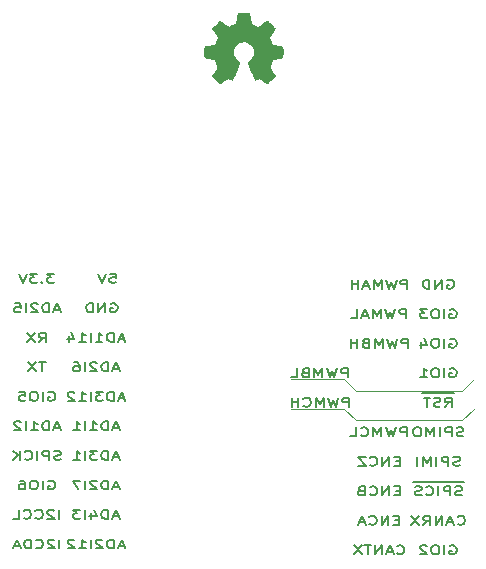
<source format=gbr>
%TF.GenerationSoftware,KiCad,Pcbnew,(5.1.9)-1*%
%TF.CreationDate,2021-05-14T17:37:09+02:00*%
%TF.ProjectId,STM32_Launchpad_v1r1,53544d33-325f-44c6-9175-6e6368706164,rev?*%
%TF.SameCoordinates,Original*%
%TF.FileFunction,Legend,Bot*%
%TF.FilePolarity,Positive*%
%FSLAX46Y46*%
G04 Gerber Fmt 4.6, Leading zero omitted, Abs format (unit mm)*
G04 Created by KiCad (PCBNEW (5.1.9)-1) date 2021-05-14 17:37:09*
%MOMM*%
%LPD*%
G01*
G04 APERTURE LIST*
%ADD10C,0.120000*%
%ADD11C,0.187500*%
%ADD12C,0.010000*%
G04 APERTURE END LIST*
D10*
X96000000Y-108500000D02*
X91500000Y-108500000D01*
X96000000Y-106000000D02*
X91500000Y-106000000D01*
X106000000Y-109500000D02*
X107000000Y-108500000D01*
X97000000Y-109500000D02*
X106000000Y-109500000D01*
X96000000Y-108500000D02*
X97000000Y-109500000D01*
X106000000Y-107000000D02*
X107000000Y-106000000D01*
X97000000Y-107000000D02*
X106000000Y-107000000D01*
X96000000Y-106000000D02*
X97000000Y-107000000D01*
D11*
X105619047Y-118267857D02*
X105666666Y-118303571D01*
X105809523Y-118339285D01*
X105904761Y-118339285D01*
X106047619Y-118303571D01*
X106142857Y-118232142D01*
X106190476Y-118160714D01*
X106238095Y-118017857D01*
X106238095Y-117910714D01*
X106190476Y-117767857D01*
X106142857Y-117696428D01*
X106047619Y-117625000D01*
X105904761Y-117589285D01*
X105809523Y-117589285D01*
X105666666Y-117625000D01*
X105619047Y-117660714D01*
X105238095Y-118125000D02*
X104761904Y-118125000D01*
X105333333Y-118339285D02*
X105000000Y-117589285D01*
X104666666Y-118339285D01*
X104333333Y-118339285D02*
X104333333Y-117589285D01*
X103761904Y-118339285D01*
X103761904Y-117589285D01*
X102714285Y-118339285D02*
X103047619Y-117982142D01*
X103285714Y-118339285D02*
X103285714Y-117589285D01*
X102904761Y-117589285D01*
X102809523Y-117625000D01*
X102761904Y-117660714D01*
X102714285Y-117732142D01*
X102714285Y-117839285D01*
X102761904Y-117910714D01*
X102809523Y-117946428D01*
X102904761Y-117982142D01*
X103285714Y-117982142D01*
X102380952Y-117589285D02*
X101714285Y-118339285D01*
X101714285Y-117589285D02*
X102380952Y-118339285D01*
X106190476Y-114716250D02*
X105238095Y-114716250D01*
X106000000Y-115803571D02*
X105857142Y-115839285D01*
X105619047Y-115839285D01*
X105523809Y-115803571D01*
X105476190Y-115767857D01*
X105428571Y-115696428D01*
X105428571Y-115625000D01*
X105476190Y-115553571D01*
X105523809Y-115517857D01*
X105619047Y-115482142D01*
X105809523Y-115446428D01*
X105904761Y-115410714D01*
X105952380Y-115375000D01*
X106000000Y-115303571D01*
X106000000Y-115232142D01*
X105952380Y-115160714D01*
X105904761Y-115125000D01*
X105809523Y-115089285D01*
X105571428Y-115089285D01*
X105428571Y-115125000D01*
X105238095Y-114716250D02*
X104238095Y-114716250D01*
X105000000Y-115839285D02*
X105000000Y-115089285D01*
X104619047Y-115089285D01*
X104523809Y-115125000D01*
X104476190Y-115160714D01*
X104428571Y-115232142D01*
X104428571Y-115339285D01*
X104476190Y-115410714D01*
X104523809Y-115446428D01*
X104619047Y-115482142D01*
X105000000Y-115482142D01*
X104238095Y-114716250D02*
X103761904Y-114716250D01*
X104000000Y-115839285D02*
X104000000Y-115089285D01*
X103761904Y-114716250D02*
X102761904Y-114716250D01*
X102952380Y-115767857D02*
X103000000Y-115803571D01*
X103142857Y-115839285D01*
X103238095Y-115839285D01*
X103380952Y-115803571D01*
X103476190Y-115732142D01*
X103523809Y-115660714D01*
X103571428Y-115517857D01*
X103571428Y-115410714D01*
X103523809Y-115267857D01*
X103476190Y-115196428D01*
X103380952Y-115125000D01*
X103238095Y-115089285D01*
X103142857Y-115089285D01*
X103000000Y-115125000D01*
X102952380Y-115160714D01*
X102761904Y-114716250D02*
X101809523Y-114716250D01*
X102571428Y-115803571D02*
X102428571Y-115839285D01*
X102190476Y-115839285D01*
X102095238Y-115803571D01*
X102047619Y-115767857D01*
X102000000Y-115696428D01*
X102000000Y-115625000D01*
X102047619Y-115553571D01*
X102095238Y-115517857D01*
X102190476Y-115482142D01*
X102380952Y-115446428D01*
X102476190Y-115410714D01*
X102523809Y-115375000D01*
X102571428Y-115303571D01*
X102571428Y-115232142D01*
X102523809Y-115160714D01*
X102476190Y-115125000D01*
X102380952Y-115089285D01*
X102142857Y-115089285D01*
X102000000Y-115125000D01*
X100714285Y-112946428D02*
X100380952Y-112946428D01*
X100238095Y-113339285D02*
X100714285Y-113339285D01*
X100714285Y-112589285D01*
X100238095Y-112589285D01*
X99809523Y-113339285D02*
X99809523Y-112589285D01*
X99238095Y-113339285D01*
X99238095Y-112589285D01*
X98190476Y-113267857D02*
X98238095Y-113303571D01*
X98380952Y-113339285D01*
X98476190Y-113339285D01*
X98619047Y-113303571D01*
X98714285Y-113232142D01*
X98761904Y-113160714D01*
X98809523Y-113017857D01*
X98809523Y-112910714D01*
X98761904Y-112767857D01*
X98714285Y-112696428D01*
X98619047Y-112625000D01*
X98476190Y-112589285D01*
X98380952Y-112589285D01*
X98238095Y-112625000D01*
X98190476Y-112660714D01*
X97857142Y-112589285D02*
X97190476Y-112589285D01*
X97857142Y-113339285D01*
X97190476Y-113339285D01*
X104976190Y-120125000D02*
X105071428Y-120089285D01*
X105214285Y-120089285D01*
X105357142Y-120125000D01*
X105452380Y-120196428D01*
X105500000Y-120267857D01*
X105547619Y-120410714D01*
X105547619Y-120517857D01*
X105500000Y-120660714D01*
X105452380Y-120732142D01*
X105357142Y-120803571D01*
X105214285Y-120839285D01*
X105119047Y-120839285D01*
X104976190Y-120803571D01*
X104928571Y-120767857D01*
X104928571Y-120517857D01*
X105119047Y-120517857D01*
X104500000Y-120839285D02*
X104500000Y-120089285D01*
X103833333Y-120089285D02*
X103642857Y-120089285D01*
X103547619Y-120125000D01*
X103452380Y-120196428D01*
X103404761Y-120339285D01*
X103404761Y-120589285D01*
X103452380Y-120732142D01*
X103547619Y-120803571D01*
X103642857Y-120839285D01*
X103833333Y-120839285D01*
X103928571Y-120803571D01*
X104023809Y-120732142D01*
X104071428Y-120589285D01*
X104071428Y-120339285D01*
X104023809Y-120196428D01*
X103928571Y-120125000D01*
X103833333Y-120089285D01*
X103023809Y-120160714D02*
X102976190Y-120125000D01*
X102880952Y-120089285D01*
X102642857Y-120089285D01*
X102547619Y-120125000D01*
X102500000Y-120160714D01*
X102452380Y-120232142D01*
X102452380Y-120303571D01*
X102500000Y-120410714D01*
X103071428Y-120839285D01*
X102452380Y-120839285D01*
X105833333Y-113303571D02*
X105690476Y-113339285D01*
X105452380Y-113339285D01*
X105357142Y-113303571D01*
X105309523Y-113267857D01*
X105261904Y-113196428D01*
X105261904Y-113125000D01*
X105309523Y-113053571D01*
X105357142Y-113017857D01*
X105452380Y-112982142D01*
X105642857Y-112946428D01*
X105738095Y-112910714D01*
X105785714Y-112875000D01*
X105833333Y-112803571D01*
X105833333Y-112732142D01*
X105785714Y-112660714D01*
X105738095Y-112625000D01*
X105642857Y-112589285D01*
X105404761Y-112589285D01*
X105261904Y-112625000D01*
X104833333Y-113339285D02*
X104833333Y-112589285D01*
X104452380Y-112589285D01*
X104357142Y-112625000D01*
X104309523Y-112660714D01*
X104261904Y-112732142D01*
X104261904Y-112839285D01*
X104309523Y-112910714D01*
X104357142Y-112946428D01*
X104452380Y-112982142D01*
X104833333Y-112982142D01*
X103833333Y-113339285D02*
X103833333Y-112589285D01*
X103357142Y-113339285D02*
X103357142Y-112589285D01*
X103023809Y-113125000D01*
X102690476Y-112589285D01*
X102690476Y-113339285D01*
X102214285Y-113339285D02*
X102214285Y-112589285D01*
X100500000Y-120767857D02*
X100547619Y-120803571D01*
X100690476Y-120839285D01*
X100785714Y-120839285D01*
X100928571Y-120803571D01*
X101023809Y-120732142D01*
X101071428Y-120660714D01*
X101119047Y-120517857D01*
X101119047Y-120410714D01*
X101071428Y-120267857D01*
X101023809Y-120196428D01*
X100928571Y-120125000D01*
X100785714Y-120089285D01*
X100690476Y-120089285D01*
X100547619Y-120125000D01*
X100500000Y-120160714D01*
X100119047Y-120625000D02*
X99642857Y-120625000D01*
X100214285Y-120839285D02*
X99880952Y-120089285D01*
X99547619Y-120839285D01*
X99214285Y-120839285D02*
X99214285Y-120089285D01*
X98642857Y-120839285D01*
X98642857Y-120089285D01*
X98309523Y-120089285D02*
X97738095Y-120089285D01*
X98023809Y-120839285D02*
X98023809Y-120089285D01*
X97500000Y-120089285D02*
X96833333Y-120839285D01*
X96833333Y-120089285D02*
X97500000Y-120839285D01*
X100738095Y-115446428D02*
X100404761Y-115446428D01*
X100261904Y-115839285D02*
X100738095Y-115839285D01*
X100738095Y-115089285D01*
X100261904Y-115089285D01*
X99833333Y-115839285D02*
X99833333Y-115089285D01*
X99261904Y-115839285D01*
X99261904Y-115089285D01*
X98214285Y-115767857D02*
X98261904Y-115803571D01*
X98404761Y-115839285D01*
X98500000Y-115839285D01*
X98642857Y-115803571D01*
X98738095Y-115732142D01*
X98785714Y-115660714D01*
X98833333Y-115517857D01*
X98833333Y-115410714D01*
X98785714Y-115267857D01*
X98738095Y-115196428D01*
X98642857Y-115125000D01*
X98500000Y-115089285D01*
X98404761Y-115089285D01*
X98261904Y-115125000D01*
X98214285Y-115160714D01*
X97452380Y-115446428D02*
X97309523Y-115482142D01*
X97261904Y-115517857D01*
X97214285Y-115589285D01*
X97214285Y-115696428D01*
X97261904Y-115767857D01*
X97309523Y-115803571D01*
X97404761Y-115839285D01*
X97785714Y-115839285D01*
X97785714Y-115089285D01*
X97452380Y-115089285D01*
X97357142Y-115125000D01*
X97309523Y-115160714D01*
X97261904Y-115232142D01*
X97261904Y-115303571D01*
X97309523Y-115375000D01*
X97357142Y-115410714D01*
X97452380Y-115446428D01*
X97785714Y-115446428D01*
X100666666Y-117946428D02*
X100333333Y-117946428D01*
X100190476Y-118339285D02*
X100666666Y-118339285D01*
X100666666Y-117589285D01*
X100190476Y-117589285D01*
X99761904Y-118339285D02*
X99761904Y-117589285D01*
X99190476Y-118339285D01*
X99190476Y-117589285D01*
X98142857Y-118267857D02*
X98190476Y-118303571D01*
X98333333Y-118339285D01*
X98428571Y-118339285D01*
X98571428Y-118303571D01*
X98666666Y-118232142D01*
X98714285Y-118160714D01*
X98761904Y-118017857D01*
X98761904Y-117910714D01*
X98714285Y-117767857D01*
X98666666Y-117696428D01*
X98571428Y-117625000D01*
X98428571Y-117589285D01*
X98333333Y-117589285D01*
X98190476Y-117625000D01*
X98142857Y-117660714D01*
X97761904Y-118125000D02*
X97285714Y-118125000D01*
X97857142Y-118339285D02*
X97523809Y-117589285D01*
X97190476Y-118339285D01*
X105357142Y-107216250D02*
X104357142Y-107216250D01*
X104547619Y-108339285D02*
X104880952Y-107982142D01*
X105119047Y-108339285D02*
X105119047Y-107589285D01*
X104738095Y-107589285D01*
X104642857Y-107625000D01*
X104595238Y-107660714D01*
X104547619Y-107732142D01*
X104547619Y-107839285D01*
X104595238Y-107910714D01*
X104642857Y-107946428D01*
X104738095Y-107982142D01*
X105119047Y-107982142D01*
X104357142Y-107216250D02*
X103404761Y-107216250D01*
X104166666Y-108303571D02*
X104023809Y-108339285D01*
X103785714Y-108339285D01*
X103690476Y-108303571D01*
X103642857Y-108267857D01*
X103595238Y-108196428D01*
X103595238Y-108125000D01*
X103642857Y-108053571D01*
X103690476Y-108017857D01*
X103785714Y-107982142D01*
X103976190Y-107946428D01*
X104071428Y-107910714D01*
X104119047Y-107875000D01*
X104166666Y-107803571D01*
X104166666Y-107732142D01*
X104119047Y-107660714D01*
X104071428Y-107625000D01*
X103976190Y-107589285D01*
X103738095Y-107589285D01*
X103595238Y-107625000D01*
X103404761Y-107216250D02*
X102642857Y-107216250D01*
X103309523Y-107589285D02*
X102738095Y-107589285D01*
X103023809Y-108339285D02*
X103023809Y-107589285D01*
X96309523Y-105839285D02*
X96309523Y-105089285D01*
X95928571Y-105089285D01*
X95833333Y-105125000D01*
X95785714Y-105160714D01*
X95738095Y-105232142D01*
X95738095Y-105339285D01*
X95785714Y-105410714D01*
X95833333Y-105446428D01*
X95928571Y-105482142D01*
X96309523Y-105482142D01*
X95404761Y-105089285D02*
X95166666Y-105839285D01*
X94976190Y-105303571D01*
X94785714Y-105839285D01*
X94547619Y-105089285D01*
X94166666Y-105839285D02*
X94166666Y-105089285D01*
X93833333Y-105625000D01*
X93500000Y-105089285D01*
X93500000Y-105839285D01*
X92690476Y-105446428D02*
X92547619Y-105482142D01*
X92500000Y-105517857D01*
X92452380Y-105589285D01*
X92452380Y-105696428D01*
X92500000Y-105767857D01*
X92547619Y-105803571D01*
X92642857Y-105839285D01*
X93023809Y-105839285D01*
X93023809Y-105089285D01*
X92690476Y-105089285D01*
X92595238Y-105125000D01*
X92547619Y-105160714D01*
X92500000Y-105232142D01*
X92500000Y-105303571D01*
X92547619Y-105375000D01*
X92595238Y-105410714D01*
X92690476Y-105446428D01*
X93023809Y-105446428D01*
X91547619Y-105839285D02*
X92023809Y-105839285D01*
X92023809Y-105089285D01*
X106119047Y-110803571D02*
X105976190Y-110839285D01*
X105738095Y-110839285D01*
X105642857Y-110803571D01*
X105595238Y-110767857D01*
X105547619Y-110696428D01*
X105547619Y-110625000D01*
X105595238Y-110553571D01*
X105642857Y-110517857D01*
X105738095Y-110482142D01*
X105928571Y-110446428D01*
X106023809Y-110410714D01*
X106071428Y-110375000D01*
X106119047Y-110303571D01*
X106119047Y-110232142D01*
X106071428Y-110160714D01*
X106023809Y-110125000D01*
X105928571Y-110089285D01*
X105690476Y-110089285D01*
X105547619Y-110125000D01*
X105119047Y-110839285D02*
X105119047Y-110089285D01*
X104738095Y-110089285D01*
X104642857Y-110125000D01*
X104595238Y-110160714D01*
X104547619Y-110232142D01*
X104547619Y-110339285D01*
X104595238Y-110410714D01*
X104642857Y-110446428D01*
X104738095Y-110482142D01*
X105119047Y-110482142D01*
X104119047Y-110839285D02*
X104119047Y-110089285D01*
X103642857Y-110839285D02*
X103642857Y-110089285D01*
X103309523Y-110625000D01*
X102976190Y-110089285D01*
X102976190Y-110839285D01*
X102309523Y-110089285D02*
X102119047Y-110089285D01*
X102023809Y-110125000D01*
X101928571Y-110196428D01*
X101880952Y-110339285D01*
X101880952Y-110589285D01*
X101928571Y-110732142D01*
X102023809Y-110803571D01*
X102119047Y-110839285D01*
X102309523Y-110839285D01*
X102404761Y-110803571D01*
X102500000Y-110732142D01*
X102547619Y-110589285D01*
X102547619Y-110339285D01*
X102500000Y-110196428D01*
X102404761Y-110125000D01*
X102309523Y-110089285D01*
X96428571Y-108339285D02*
X96428571Y-107589285D01*
X96047619Y-107589285D01*
X95952380Y-107625000D01*
X95904761Y-107660714D01*
X95857142Y-107732142D01*
X95857142Y-107839285D01*
X95904761Y-107910714D01*
X95952380Y-107946428D01*
X96047619Y-107982142D01*
X96428571Y-107982142D01*
X95523809Y-107589285D02*
X95285714Y-108339285D01*
X95095238Y-107803571D01*
X94904761Y-108339285D01*
X94666666Y-107589285D01*
X94285714Y-108339285D02*
X94285714Y-107589285D01*
X93952380Y-108125000D01*
X93619047Y-107589285D01*
X93619047Y-108339285D01*
X92571428Y-108267857D02*
X92619047Y-108303571D01*
X92761904Y-108339285D01*
X92857142Y-108339285D01*
X93000000Y-108303571D01*
X93095238Y-108232142D01*
X93142857Y-108160714D01*
X93190476Y-108017857D01*
X93190476Y-107910714D01*
X93142857Y-107767857D01*
X93095238Y-107696428D01*
X93000000Y-107625000D01*
X92857142Y-107589285D01*
X92761904Y-107589285D01*
X92619047Y-107625000D01*
X92571428Y-107660714D01*
X92142857Y-108339285D02*
X92142857Y-107589285D01*
X92142857Y-107946428D02*
X91571428Y-107946428D01*
X91571428Y-108339285D02*
X91571428Y-107589285D01*
X104976190Y-105125000D02*
X105071428Y-105089285D01*
X105214285Y-105089285D01*
X105357142Y-105125000D01*
X105452380Y-105196428D01*
X105500000Y-105267857D01*
X105547619Y-105410714D01*
X105547619Y-105517857D01*
X105500000Y-105660714D01*
X105452380Y-105732142D01*
X105357142Y-105803571D01*
X105214285Y-105839285D01*
X105119047Y-105839285D01*
X104976190Y-105803571D01*
X104928571Y-105767857D01*
X104928571Y-105517857D01*
X105119047Y-105517857D01*
X104500000Y-105839285D02*
X104500000Y-105089285D01*
X103833333Y-105089285D02*
X103642857Y-105089285D01*
X103547619Y-105125000D01*
X103452380Y-105196428D01*
X103404761Y-105339285D01*
X103404761Y-105589285D01*
X103452380Y-105732142D01*
X103547619Y-105803571D01*
X103642857Y-105839285D01*
X103833333Y-105839285D01*
X103928571Y-105803571D01*
X104023809Y-105732142D01*
X104071428Y-105589285D01*
X104071428Y-105339285D01*
X104023809Y-105196428D01*
X103928571Y-105125000D01*
X103833333Y-105089285D01*
X102452380Y-105839285D02*
X103023809Y-105839285D01*
X102738095Y-105839285D02*
X102738095Y-105089285D01*
X102833333Y-105196428D01*
X102928571Y-105267857D01*
X103023809Y-105303571D01*
X101309523Y-110839285D02*
X101309523Y-110089285D01*
X100928571Y-110089285D01*
X100833333Y-110125000D01*
X100785714Y-110160714D01*
X100738095Y-110232142D01*
X100738095Y-110339285D01*
X100785714Y-110410714D01*
X100833333Y-110446428D01*
X100928571Y-110482142D01*
X101309523Y-110482142D01*
X100404761Y-110089285D02*
X100166666Y-110839285D01*
X99976190Y-110303571D01*
X99785714Y-110839285D01*
X99547619Y-110089285D01*
X99166666Y-110839285D02*
X99166666Y-110089285D01*
X98833333Y-110625000D01*
X98500000Y-110089285D01*
X98500000Y-110839285D01*
X97452380Y-110767857D02*
X97500000Y-110803571D01*
X97642857Y-110839285D01*
X97738095Y-110839285D01*
X97880952Y-110803571D01*
X97976190Y-110732142D01*
X98023809Y-110660714D01*
X98071428Y-110517857D01*
X98071428Y-110410714D01*
X98023809Y-110267857D01*
X97976190Y-110196428D01*
X97880952Y-110125000D01*
X97738095Y-110089285D01*
X97642857Y-110089285D01*
X97500000Y-110125000D01*
X97452380Y-110160714D01*
X96547619Y-110839285D02*
X97023809Y-110839285D01*
X97023809Y-110089285D01*
X104976190Y-102625000D02*
X105071428Y-102589285D01*
X105214285Y-102589285D01*
X105357142Y-102625000D01*
X105452380Y-102696428D01*
X105500000Y-102767857D01*
X105547619Y-102910714D01*
X105547619Y-103017857D01*
X105500000Y-103160714D01*
X105452380Y-103232142D01*
X105357142Y-103303571D01*
X105214285Y-103339285D01*
X105119047Y-103339285D01*
X104976190Y-103303571D01*
X104928571Y-103267857D01*
X104928571Y-103017857D01*
X105119047Y-103017857D01*
X104500000Y-103339285D02*
X104500000Y-102589285D01*
X103833333Y-102589285D02*
X103642857Y-102589285D01*
X103547619Y-102625000D01*
X103452380Y-102696428D01*
X103404761Y-102839285D01*
X103404761Y-103089285D01*
X103452380Y-103232142D01*
X103547619Y-103303571D01*
X103642857Y-103339285D01*
X103833333Y-103339285D01*
X103928571Y-103303571D01*
X104023809Y-103232142D01*
X104071428Y-103089285D01*
X104071428Y-102839285D01*
X104023809Y-102696428D01*
X103928571Y-102625000D01*
X103833333Y-102589285D01*
X102547619Y-102839285D02*
X102547619Y-103339285D01*
X102785714Y-102553571D02*
X103023809Y-103089285D01*
X102404761Y-103089285D01*
X101428571Y-103339285D02*
X101428571Y-102589285D01*
X101047619Y-102589285D01*
X100952380Y-102625000D01*
X100904761Y-102660714D01*
X100857142Y-102732142D01*
X100857142Y-102839285D01*
X100904761Y-102910714D01*
X100952380Y-102946428D01*
X101047619Y-102982142D01*
X101428571Y-102982142D01*
X100523809Y-102589285D02*
X100285714Y-103339285D01*
X100095238Y-102803571D01*
X99904761Y-103339285D01*
X99666666Y-102589285D01*
X99285714Y-103339285D02*
X99285714Y-102589285D01*
X98952380Y-103125000D01*
X98619047Y-102589285D01*
X98619047Y-103339285D01*
X97809523Y-102946428D02*
X97666666Y-102982142D01*
X97619047Y-103017857D01*
X97571428Y-103089285D01*
X97571428Y-103196428D01*
X97619047Y-103267857D01*
X97666666Y-103303571D01*
X97761904Y-103339285D01*
X98142857Y-103339285D01*
X98142857Y-102589285D01*
X97809523Y-102589285D01*
X97714285Y-102625000D01*
X97666666Y-102660714D01*
X97619047Y-102732142D01*
X97619047Y-102803571D01*
X97666666Y-102875000D01*
X97714285Y-102910714D01*
X97809523Y-102946428D01*
X98142857Y-102946428D01*
X97142857Y-103339285D02*
X97142857Y-102589285D01*
X97142857Y-102946428D02*
X96571428Y-102946428D01*
X96571428Y-103339285D02*
X96571428Y-102589285D01*
X104976190Y-100125000D02*
X105071428Y-100089285D01*
X105214285Y-100089285D01*
X105357142Y-100125000D01*
X105452380Y-100196428D01*
X105500000Y-100267857D01*
X105547619Y-100410714D01*
X105547619Y-100517857D01*
X105500000Y-100660714D01*
X105452380Y-100732142D01*
X105357142Y-100803571D01*
X105214285Y-100839285D01*
X105119047Y-100839285D01*
X104976190Y-100803571D01*
X104928571Y-100767857D01*
X104928571Y-100517857D01*
X105119047Y-100517857D01*
X104500000Y-100839285D02*
X104500000Y-100089285D01*
X103833333Y-100089285D02*
X103642857Y-100089285D01*
X103547619Y-100125000D01*
X103452380Y-100196428D01*
X103404761Y-100339285D01*
X103404761Y-100589285D01*
X103452380Y-100732142D01*
X103547619Y-100803571D01*
X103642857Y-100839285D01*
X103833333Y-100839285D01*
X103928571Y-100803571D01*
X104023809Y-100732142D01*
X104071428Y-100589285D01*
X104071428Y-100339285D01*
X104023809Y-100196428D01*
X103928571Y-100125000D01*
X103833333Y-100089285D01*
X103071428Y-100089285D02*
X102452380Y-100089285D01*
X102785714Y-100375000D01*
X102642857Y-100375000D01*
X102547619Y-100410714D01*
X102500000Y-100446428D01*
X102452380Y-100517857D01*
X102452380Y-100696428D01*
X102500000Y-100767857D01*
X102547619Y-100803571D01*
X102642857Y-100839285D01*
X102928571Y-100839285D01*
X103023809Y-100803571D01*
X103071428Y-100767857D01*
X101238095Y-100839285D02*
X101238095Y-100089285D01*
X100857142Y-100089285D01*
X100761904Y-100125000D01*
X100714285Y-100160714D01*
X100666666Y-100232142D01*
X100666666Y-100339285D01*
X100714285Y-100410714D01*
X100761904Y-100446428D01*
X100857142Y-100482142D01*
X101238095Y-100482142D01*
X100333333Y-100089285D02*
X100095238Y-100839285D01*
X99904761Y-100303571D01*
X99714285Y-100839285D01*
X99476190Y-100089285D01*
X99095238Y-100839285D02*
X99095238Y-100089285D01*
X98761904Y-100625000D01*
X98428571Y-100089285D01*
X98428571Y-100839285D01*
X98000000Y-100625000D02*
X97523809Y-100625000D01*
X98095238Y-100839285D02*
X97761904Y-100089285D01*
X97428571Y-100839285D01*
X96619047Y-100839285D02*
X97095238Y-100839285D01*
X97095238Y-100089285D01*
X104761904Y-97625000D02*
X104857142Y-97589285D01*
X105000000Y-97589285D01*
X105142857Y-97625000D01*
X105238095Y-97696428D01*
X105285714Y-97767857D01*
X105333333Y-97910714D01*
X105333333Y-98017857D01*
X105285714Y-98160714D01*
X105238095Y-98232142D01*
X105142857Y-98303571D01*
X105000000Y-98339285D01*
X104904761Y-98339285D01*
X104761904Y-98303571D01*
X104714285Y-98267857D01*
X104714285Y-98017857D01*
X104904761Y-98017857D01*
X104285714Y-98339285D02*
X104285714Y-97589285D01*
X103714285Y-98339285D01*
X103714285Y-97589285D01*
X103238095Y-98339285D02*
X103238095Y-97589285D01*
X103000000Y-97589285D01*
X102857142Y-97625000D01*
X102761904Y-97696428D01*
X102714285Y-97767857D01*
X102666666Y-97910714D01*
X102666666Y-98017857D01*
X102714285Y-98160714D01*
X102761904Y-98232142D01*
X102857142Y-98303571D01*
X103000000Y-98339285D01*
X103238095Y-98339285D01*
X101357142Y-98339285D02*
X101357142Y-97589285D01*
X100976190Y-97589285D01*
X100880952Y-97625000D01*
X100833333Y-97660714D01*
X100785714Y-97732142D01*
X100785714Y-97839285D01*
X100833333Y-97910714D01*
X100880952Y-97946428D01*
X100976190Y-97982142D01*
X101357142Y-97982142D01*
X100452380Y-97589285D02*
X100214285Y-98339285D01*
X100023809Y-97803571D01*
X99833333Y-98339285D01*
X99595238Y-97589285D01*
X99214285Y-98339285D02*
X99214285Y-97589285D01*
X98880952Y-98125000D01*
X98547619Y-97589285D01*
X98547619Y-98339285D01*
X98119047Y-98125000D02*
X97642857Y-98125000D01*
X98214285Y-98339285D02*
X97880952Y-97589285D01*
X97547619Y-98339285D01*
X97214285Y-98339285D02*
X97214285Y-97589285D01*
X97214285Y-97946428D02*
X96642857Y-97946428D01*
X96642857Y-98339285D02*
X96642857Y-97589285D01*
X77404761Y-120125000D02*
X76928571Y-120125000D01*
X77500000Y-120339285D02*
X77166666Y-119589285D01*
X76833333Y-120339285D01*
X76500000Y-120339285D02*
X76500000Y-119589285D01*
X76261904Y-119589285D01*
X76119047Y-119625000D01*
X76023809Y-119696428D01*
X75976190Y-119767857D01*
X75928571Y-119910714D01*
X75928571Y-120017857D01*
X75976190Y-120160714D01*
X76023809Y-120232142D01*
X76119047Y-120303571D01*
X76261904Y-120339285D01*
X76500000Y-120339285D01*
X75547619Y-119660714D02*
X75500000Y-119625000D01*
X75404761Y-119589285D01*
X75166666Y-119589285D01*
X75071428Y-119625000D01*
X75023809Y-119660714D01*
X74976190Y-119732142D01*
X74976190Y-119803571D01*
X75023809Y-119910714D01*
X75595238Y-120339285D01*
X74976190Y-120339285D01*
X74547619Y-120339285D02*
X74547619Y-119589285D01*
X73547619Y-120339285D02*
X74119047Y-120339285D01*
X73833333Y-120339285D02*
X73833333Y-119589285D01*
X73928571Y-119696428D01*
X74023809Y-119767857D01*
X74119047Y-119803571D01*
X73166666Y-119660714D02*
X73119047Y-119625000D01*
X73023809Y-119589285D01*
X72785714Y-119589285D01*
X72690476Y-119625000D01*
X72642857Y-119660714D01*
X72595238Y-119732142D01*
X72595238Y-119803571D01*
X72642857Y-119910714D01*
X73214285Y-120339285D01*
X72595238Y-120339285D01*
X71904761Y-120339285D02*
X71904761Y-119589285D01*
X71476190Y-119660714D02*
X71428571Y-119625000D01*
X71333333Y-119589285D01*
X71095238Y-119589285D01*
X71000000Y-119625000D01*
X70952380Y-119660714D01*
X70904761Y-119732142D01*
X70904761Y-119803571D01*
X70952380Y-119910714D01*
X71523809Y-120339285D01*
X70904761Y-120339285D01*
X69904761Y-120267857D02*
X69952380Y-120303571D01*
X70095238Y-120339285D01*
X70190476Y-120339285D01*
X70333333Y-120303571D01*
X70428571Y-120232142D01*
X70476190Y-120160714D01*
X70523809Y-120017857D01*
X70523809Y-119910714D01*
X70476190Y-119767857D01*
X70428571Y-119696428D01*
X70333333Y-119625000D01*
X70190476Y-119589285D01*
X70095238Y-119589285D01*
X69952380Y-119625000D01*
X69904761Y-119660714D01*
X69476190Y-120339285D02*
X69476190Y-119589285D01*
X69238095Y-119589285D01*
X69095238Y-119625000D01*
X69000000Y-119696428D01*
X68952380Y-119767857D01*
X68904761Y-119910714D01*
X68904761Y-120017857D01*
X68952380Y-120160714D01*
X69000000Y-120232142D01*
X69095238Y-120303571D01*
X69238095Y-120339285D01*
X69476190Y-120339285D01*
X68523809Y-120125000D02*
X68047619Y-120125000D01*
X68619047Y-120339285D02*
X68285714Y-119589285D01*
X67952380Y-120339285D01*
X76928571Y-117625000D02*
X76452380Y-117625000D01*
X77023809Y-117839285D02*
X76690476Y-117089285D01*
X76357142Y-117839285D01*
X76023809Y-117839285D02*
X76023809Y-117089285D01*
X75785714Y-117089285D01*
X75642857Y-117125000D01*
X75547619Y-117196428D01*
X75500000Y-117267857D01*
X75452380Y-117410714D01*
X75452380Y-117517857D01*
X75500000Y-117660714D01*
X75547619Y-117732142D01*
X75642857Y-117803571D01*
X75785714Y-117839285D01*
X76023809Y-117839285D01*
X74595238Y-117339285D02*
X74595238Y-117839285D01*
X74833333Y-117053571D02*
X75071428Y-117589285D01*
X74452380Y-117589285D01*
X74071428Y-117839285D02*
X74071428Y-117089285D01*
X73690476Y-117089285D02*
X73071428Y-117089285D01*
X73404761Y-117375000D01*
X73261904Y-117375000D01*
X73166666Y-117410714D01*
X73119047Y-117446428D01*
X73071428Y-117517857D01*
X73071428Y-117696428D01*
X73119047Y-117767857D01*
X73166666Y-117803571D01*
X73261904Y-117839285D01*
X73547619Y-117839285D01*
X73642857Y-117803571D01*
X73690476Y-117767857D01*
X71880952Y-117839285D02*
X71880952Y-117089285D01*
X71452380Y-117160714D02*
X71404761Y-117125000D01*
X71309523Y-117089285D01*
X71071428Y-117089285D01*
X70976190Y-117125000D01*
X70928571Y-117160714D01*
X70880952Y-117232142D01*
X70880952Y-117303571D01*
X70928571Y-117410714D01*
X71500000Y-117839285D01*
X70880952Y-117839285D01*
X69880952Y-117767857D02*
X69928571Y-117803571D01*
X70071428Y-117839285D01*
X70166666Y-117839285D01*
X70309523Y-117803571D01*
X70404761Y-117732142D01*
X70452380Y-117660714D01*
X70500000Y-117517857D01*
X70500000Y-117410714D01*
X70452380Y-117267857D01*
X70404761Y-117196428D01*
X70309523Y-117125000D01*
X70166666Y-117089285D01*
X70071428Y-117089285D01*
X69928571Y-117125000D01*
X69880952Y-117160714D01*
X68880952Y-117767857D02*
X68928571Y-117803571D01*
X69071428Y-117839285D01*
X69166666Y-117839285D01*
X69309523Y-117803571D01*
X69404761Y-117732142D01*
X69452380Y-117660714D01*
X69500000Y-117517857D01*
X69500000Y-117410714D01*
X69452380Y-117267857D01*
X69404761Y-117196428D01*
X69309523Y-117125000D01*
X69166666Y-117089285D01*
X69071428Y-117089285D01*
X68928571Y-117125000D01*
X68880952Y-117160714D01*
X67976190Y-117839285D02*
X68452380Y-117839285D01*
X68452380Y-117089285D01*
X76928571Y-115125000D02*
X76452380Y-115125000D01*
X77023809Y-115339285D02*
X76690476Y-114589285D01*
X76357142Y-115339285D01*
X76023809Y-115339285D02*
X76023809Y-114589285D01*
X75785714Y-114589285D01*
X75642857Y-114625000D01*
X75547619Y-114696428D01*
X75500000Y-114767857D01*
X75452380Y-114910714D01*
X75452380Y-115017857D01*
X75500000Y-115160714D01*
X75547619Y-115232142D01*
X75642857Y-115303571D01*
X75785714Y-115339285D01*
X76023809Y-115339285D01*
X75071428Y-114660714D02*
X75023809Y-114625000D01*
X74928571Y-114589285D01*
X74690476Y-114589285D01*
X74595238Y-114625000D01*
X74547619Y-114660714D01*
X74500000Y-114732142D01*
X74500000Y-114803571D01*
X74547619Y-114910714D01*
X75119047Y-115339285D01*
X74500000Y-115339285D01*
X74071428Y-115339285D02*
X74071428Y-114589285D01*
X73690476Y-114589285D02*
X73023809Y-114589285D01*
X73452380Y-115339285D01*
X70976190Y-114625000D02*
X71071428Y-114589285D01*
X71214285Y-114589285D01*
X71357142Y-114625000D01*
X71452380Y-114696428D01*
X71500000Y-114767857D01*
X71547619Y-114910714D01*
X71547619Y-115017857D01*
X71500000Y-115160714D01*
X71452380Y-115232142D01*
X71357142Y-115303571D01*
X71214285Y-115339285D01*
X71119047Y-115339285D01*
X70976190Y-115303571D01*
X70928571Y-115267857D01*
X70928571Y-115017857D01*
X71119047Y-115017857D01*
X70500000Y-115339285D02*
X70500000Y-114589285D01*
X69833333Y-114589285D02*
X69642857Y-114589285D01*
X69547619Y-114625000D01*
X69452380Y-114696428D01*
X69404761Y-114839285D01*
X69404761Y-115089285D01*
X69452380Y-115232142D01*
X69547619Y-115303571D01*
X69642857Y-115339285D01*
X69833333Y-115339285D01*
X69928571Y-115303571D01*
X70023809Y-115232142D01*
X70071428Y-115089285D01*
X70071428Y-114839285D01*
X70023809Y-114696428D01*
X69928571Y-114625000D01*
X69833333Y-114589285D01*
X68547619Y-114589285D02*
X68738095Y-114589285D01*
X68833333Y-114625000D01*
X68880952Y-114660714D01*
X68976190Y-114767857D01*
X69023809Y-114910714D01*
X69023809Y-115196428D01*
X68976190Y-115267857D01*
X68928571Y-115303571D01*
X68833333Y-115339285D01*
X68642857Y-115339285D01*
X68547619Y-115303571D01*
X68500000Y-115267857D01*
X68452380Y-115196428D01*
X68452380Y-115017857D01*
X68500000Y-114946428D01*
X68547619Y-114910714D01*
X68642857Y-114875000D01*
X68833333Y-114875000D01*
X68928571Y-114910714D01*
X68976190Y-114946428D01*
X69023809Y-115017857D01*
X76928571Y-112625000D02*
X76452380Y-112625000D01*
X77023809Y-112839285D02*
X76690476Y-112089285D01*
X76357142Y-112839285D01*
X76023809Y-112839285D02*
X76023809Y-112089285D01*
X75785714Y-112089285D01*
X75642857Y-112125000D01*
X75547619Y-112196428D01*
X75500000Y-112267857D01*
X75452380Y-112410714D01*
X75452380Y-112517857D01*
X75500000Y-112660714D01*
X75547619Y-112732142D01*
X75642857Y-112803571D01*
X75785714Y-112839285D01*
X76023809Y-112839285D01*
X75119047Y-112089285D02*
X74500000Y-112089285D01*
X74833333Y-112375000D01*
X74690476Y-112375000D01*
X74595238Y-112410714D01*
X74547619Y-112446428D01*
X74500000Y-112517857D01*
X74500000Y-112696428D01*
X74547619Y-112767857D01*
X74595238Y-112803571D01*
X74690476Y-112839285D01*
X74976190Y-112839285D01*
X75071428Y-112803571D01*
X75119047Y-112767857D01*
X74071428Y-112839285D02*
X74071428Y-112089285D01*
X73071428Y-112839285D02*
X73642857Y-112839285D01*
X73357142Y-112839285D02*
X73357142Y-112089285D01*
X73452380Y-112196428D01*
X73547619Y-112267857D01*
X73642857Y-112303571D01*
X72023809Y-112803571D02*
X71880952Y-112839285D01*
X71642857Y-112839285D01*
X71547619Y-112803571D01*
X71500000Y-112767857D01*
X71452380Y-112696428D01*
X71452380Y-112625000D01*
X71500000Y-112553571D01*
X71547619Y-112517857D01*
X71642857Y-112482142D01*
X71833333Y-112446428D01*
X71928571Y-112410714D01*
X71976190Y-112375000D01*
X72023809Y-112303571D01*
X72023809Y-112232142D01*
X71976190Y-112160714D01*
X71928571Y-112125000D01*
X71833333Y-112089285D01*
X71595238Y-112089285D01*
X71452380Y-112125000D01*
X71023809Y-112839285D02*
X71023809Y-112089285D01*
X70642857Y-112089285D01*
X70547619Y-112125000D01*
X70500000Y-112160714D01*
X70452380Y-112232142D01*
X70452380Y-112339285D01*
X70500000Y-112410714D01*
X70547619Y-112446428D01*
X70642857Y-112482142D01*
X71023809Y-112482142D01*
X70023809Y-112839285D02*
X70023809Y-112089285D01*
X68976190Y-112767857D02*
X69023809Y-112803571D01*
X69166666Y-112839285D01*
X69261904Y-112839285D01*
X69404761Y-112803571D01*
X69500000Y-112732142D01*
X69547619Y-112660714D01*
X69595238Y-112517857D01*
X69595238Y-112410714D01*
X69547619Y-112267857D01*
X69500000Y-112196428D01*
X69404761Y-112125000D01*
X69261904Y-112089285D01*
X69166666Y-112089285D01*
X69023809Y-112125000D01*
X68976190Y-112160714D01*
X68547619Y-112839285D02*
X68547619Y-112089285D01*
X67976190Y-112839285D02*
X68404761Y-112410714D01*
X67976190Y-112089285D02*
X68547619Y-112517857D01*
X76928571Y-110125000D02*
X76452380Y-110125000D01*
X77023809Y-110339285D02*
X76690476Y-109589285D01*
X76357142Y-110339285D01*
X76023809Y-110339285D02*
X76023809Y-109589285D01*
X75785714Y-109589285D01*
X75642857Y-109625000D01*
X75547619Y-109696428D01*
X75500000Y-109767857D01*
X75452380Y-109910714D01*
X75452380Y-110017857D01*
X75500000Y-110160714D01*
X75547619Y-110232142D01*
X75642857Y-110303571D01*
X75785714Y-110339285D01*
X76023809Y-110339285D01*
X74500000Y-110339285D02*
X75071428Y-110339285D01*
X74785714Y-110339285D02*
X74785714Y-109589285D01*
X74880952Y-109696428D01*
X74976190Y-109767857D01*
X75071428Y-109803571D01*
X74071428Y-110339285D02*
X74071428Y-109589285D01*
X73071428Y-110339285D02*
X73642857Y-110339285D01*
X73357142Y-110339285D02*
X73357142Y-109589285D01*
X73452380Y-109696428D01*
X73547619Y-109767857D01*
X73642857Y-109803571D01*
X71928571Y-110125000D02*
X71452380Y-110125000D01*
X72023809Y-110339285D02*
X71690476Y-109589285D01*
X71357142Y-110339285D01*
X71023809Y-110339285D02*
X71023809Y-109589285D01*
X70785714Y-109589285D01*
X70642857Y-109625000D01*
X70547619Y-109696428D01*
X70500000Y-109767857D01*
X70452380Y-109910714D01*
X70452380Y-110017857D01*
X70500000Y-110160714D01*
X70547619Y-110232142D01*
X70642857Y-110303571D01*
X70785714Y-110339285D01*
X71023809Y-110339285D01*
X69500000Y-110339285D02*
X70071428Y-110339285D01*
X69785714Y-110339285D02*
X69785714Y-109589285D01*
X69880952Y-109696428D01*
X69976190Y-109767857D01*
X70071428Y-109803571D01*
X69071428Y-110339285D02*
X69071428Y-109589285D01*
X68642857Y-109660714D02*
X68595238Y-109625000D01*
X68500000Y-109589285D01*
X68261904Y-109589285D01*
X68166666Y-109625000D01*
X68119047Y-109660714D01*
X68071428Y-109732142D01*
X68071428Y-109803571D01*
X68119047Y-109910714D01*
X68690476Y-110339285D01*
X68071428Y-110339285D01*
X77404761Y-107625000D02*
X76928571Y-107625000D01*
X77500000Y-107839285D02*
X77166666Y-107089285D01*
X76833333Y-107839285D01*
X76500000Y-107839285D02*
X76500000Y-107089285D01*
X76261904Y-107089285D01*
X76119047Y-107125000D01*
X76023809Y-107196428D01*
X75976190Y-107267857D01*
X75928571Y-107410714D01*
X75928571Y-107517857D01*
X75976190Y-107660714D01*
X76023809Y-107732142D01*
X76119047Y-107803571D01*
X76261904Y-107839285D01*
X76500000Y-107839285D01*
X75595238Y-107089285D02*
X74976190Y-107089285D01*
X75309523Y-107375000D01*
X75166666Y-107375000D01*
X75071428Y-107410714D01*
X75023809Y-107446428D01*
X74976190Y-107517857D01*
X74976190Y-107696428D01*
X75023809Y-107767857D01*
X75071428Y-107803571D01*
X75166666Y-107839285D01*
X75452380Y-107839285D01*
X75547619Y-107803571D01*
X75595238Y-107767857D01*
X74547619Y-107839285D02*
X74547619Y-107089285D01*
X73547619Y-107839285D02*
X74119047Y-107839285D01*
X73833333Y-107839285D02*
X73833333Y-107089285D01*
X73928571Y-107196428D01*
X74023809Y-107267857D01*
X74119047Y-107303571D01*
X73166666Y-107160714D02*
X73119047Y-107125000D01*
X73023809Y-107089285D01*
X72785714Y-107089285D01*
X72690476Y-107125000D01*
X72642857Y-107160714D01*
X72595238Y-107232142D01*
X72595238Y-107303571D01*
X72642857Y-107410714D01*
X73214285Y-107839285D01*
X72595238Y-107839285D01*
X70976190Y-107125000D02*
X71071428Y-107089285D01*
X71214285Y-107089285D01*
X71357142Y-107125000D01*
X71452380Y-107196428D01*
X71500000Y-107267857D01*
X71547619Y-107410714D01*
X71547619Y-107517857D01*
X71500000Y-107660714D01*
X71452380Y-107732142D01*
X71357142Y-107803571D01*
X71214285Y-107839285D01*
X71119047Y-107839285D01*
X70976190Y-107803571D01*
X70928571Y-107767857D01*
X70928571Y-107517857D01*
X71119047Y-107517857D01*
X70500000Y-107839285D02*
X70500000Y-107089285D01*
X69833333Y-107089285D02*
X69642857Y-107089285D01*
X69547619Y-107125000D01*
X69452380Y-107196428D01*
X69404761Y-107339285D01*
X69404761Y-107589285D01*
X69452380Y-107732142D01*
X69547619Y-107803571D01*
X69642857Y-107839285D01*
X69833333Y-107839285D01*
X69928571Y-107803571D01*
X70023809Y-107732142D01*
X70071428Y-107589285D01*
X70071428Y-107339285D01*
X70023809Y-107196428D01*
X69928571Y-107125000D01*
X69833333Y-107089285D01*
X68500000Y-107089285D02*
X68976190Y-107089285D01*
X69023809Y-107446428D01*
X68976190Y-107410714D01*
X68880952Y-107375000D01*
X68642857Y-107375000D01*
X68547619Y-107410714D01*
X68500000Y-107446428D01*
X68452380Y-107517857D01*
X68452380Y-107696428D01*
X68500000Y-107767857D01*
X68547619Y-107803571D01*
X68642857Y-107839285D01*
X68880952Y-107839285D01*
X68976190Y-107803571D01*
X69023809Y-107767857D01*
X76928571Y-105125000D02*
X76452380Y-105125000D01*
X77023809Y-105339285D02*
X76690476Y-104589285D01*
X76357142Y-105339285D01*
X76023809Y-105339285D02*
X76023809Y-104589285D01*
X75785714Y-104589285D01*
X75642857Y-104625000D01*
X75547619Y-104696428D01*
X75500000Y-104767857D01*
X75452380Y-104910714D01*
X75452380Y-105017857D01*
X75500000Y-105160714D01*
X75547619Y-105232142D01*
X75642857Y-105303571D01*
X75785714Y-105339285D01*
X76023809Y-105339285D01*
X75071428Y-104660714D02*
X75023809Y-104625000D01*
X74928571Y-104589285D01*
X74690476Y-104589285D01*
X74595238Y-104625000D01*
X74547619Y-104660714D01*
X74500000Y-104732142D01*
X74500000Y-104803571D01*
X74547619Y-104910714D01*
X75119047Y-105339285D01*
X74500000Y-105339285D01*
X74071428Y-105339285D02*
X74071428Y-104589285D01*
X73166666Y-104589285D02*
X73357142Y-104589285D01*
X73452380Y-104625000D01*
X73500000Y-104660714D01*
X73595238Y-104767857D01*
X73642857Y-104910714D01*
X73642857Y-105196428D01*
X73595238Y-105267857D01*
X73547619Y-105303571D01*
X73452380Y-105339285D01*
X73261904Y-105339285D01*
X73166666Y-105303571D01*
X73119047Y-105267857D01*
X73071428Y-105196428D01*
X73071428Y-105017857D01*
X73119047Y-104946428D01*
X73166666Y-104910714D01*
X73261904Y-104875000D01*
X73452380Y-104875000D01*
X73547619Y-104910714D01*
X73595238Y-104946428D01*
X73642857Y-105017857D01*
X70761904Y-104589285D02*
X70190476Y-104589285D01*
X70476190Y-105339285D02*
X70476190Y-104589285D01*
X69952380Y-104589285D02*
X69285714Y-105339285D01*
X69285714Y-104589285D02*
X69952380Y-105339285D01*
X77404761Y-102625000D02*
X76928571Y-102625000D01*
X77500000Y-102839285D02*
X77166666Y-102089285D01*
X76833333Y-102839285D01*
X76500000Y-102839285D02*
X76500000Y-102089285D01*
X76261904Y-102089285D01*
X76119047Y-102125000D01*
X76023809Y-102196428D01*
X75976190Y-102267857D01*
X75928571Y-102410714D01*
X75928571Y-102517857D01*
X75976190Y-102660714D01*
X76023809Y-102732142D01*
X76119047Y-102803571D01*
X76261904Y-102839285D01*
X76500000Y-102839285D01*
X74976190Y-102839285D02*
X75547619Y-102839285D01*
X75261904Y-102839285D02*
X75261904Y-102089285D01*
X75357142Y-102196428D01*
X75452380Y-102267857D01*
X75547619Y-102303571D01*
X74547619Y-102839285D02*
X74547619Y-102089285D01*
X73547619Y-102839285D02*
X74119047Y-102839285D01*
X73833333Y-102839285D02*
X73833333Y-102089285D01*
X73928571Y-102196428D01*
X74023809Y-102267857D01*
X74119047Y-102303571D01*
X72690476Y-102339285D02*
X72690476Y-102839285D01*
X72928571Y-102053571D02*
X73166666Y-102589285D01*
X72547619Y-102589285D01*
X70166666Y-102839285D02*
X70500000Y-102482142D01*
X70738095Y-102839285D02*
X70738095Y-102089285D01*
X70357142Y-102089285D01*
X70261904Y-102125000D01*
X70214285Y-102160714D01*
X70166666Y-102232142D01*
X70166666Y-102339285D01*
X70214285Y-102410714D01*
X70261904Y-102446428D01*
X70357142Y-102482142D01*
X70738095Y-102482142D01*
X69833333Y-102089285D02*
X69166666Y-102839285D01*
X69166666Y-102089285D02*
X69833333Y-102839285D01*
X76261904Y-99625000D02*
X76357142Y-99589285D01*
X76500000Y-99589285D01*
X76642857Y-99625000D01*
X76738095Y-99696428D01*
X76785714Y-99767857D01*
X76833333Y-99910714D01*
X76833333Y-100017857D01*
X76785714Y-100160714D01*
X76738095Y-100232142D01*
X76642857Y-100303571D01*
X76500000Y-100339285D01*
X76404761Y-100339285D01*
X76261904Y-100303571D01*
X76214285Y-100267857D01*
X76214285Y-100017857D01*
X76404761Y-100017857D01*
X75785714Y-100339285D02*
X75785714Y-99589285D01*
X75214285Y-100339285D01*
X75214285Y-99589285D01*
X74738095Y-100339285D02*
X74738095Y-99589285D01*
X74500000Y-99589285D01*
X74357142Y-99625000D01*
X74261904Y-99696428D01*
X74214285Y-99767857D01*
X74166666Y-99910714D01*
X74166666Y-100017857D01*
X74214285Y-100160714D01*
X74261904Y-100232142D01*
X74357142Y-100303571D01*
X74500000Y-100339285D01*
X74738095Y-100339285D01*
X71928571Y-100125000D02*
X71452380Y-100125000D01*
X72023809Y-100339285D02*
X71690476Y-99589285D01*
X71357142Y-100339285D01*
X71023809Y-100339285D02*
X71023809Y-99589285D01*
X70785714Y-99589285D01*
X70642857Y-99625000D01*
X70547619Y-99696428D01*
X70500000Y-99767857D01*
X70452380Y-99910714D01*
X70452380Y-100017857D01*
X70500000Y-100160714D01*
X70547619Y-100232142D01*
X70642857Y-100303571D01*
X70785714Y-100339285D01*
X71023809Y-100339285D01*
X70071428Y-99660714D02*
X70023809Y-99625000D01*
X69928571Y-99589285D01*
X69690476Y-99589285D01*
X69595238Y-99625000D01*
X69547619Y-99660714D01*
X69500000Y-99732142D01*
X69500000Y-99803571D01*
X69547619Y-99910714D01*
X70119047Y-100339285D01*
X69500000Y-100339285D01*
X69071428Y-100339285D02*
X69071428Y-99589285D01*
X68119047Y-99589285D02*
X68595238Y-99589285D01*
X68642857Y-99946428D01*
X68595238Y-99910714D01*
X68500000Y-99875000D01*
X68261904Y-99875000D01*
X68166666Y-99910714D01*
X68119047Y-99946428D01*
X68071428Y-100017857D01*
X68071428Y-100196428D01*
X68119047Y-100267857D01*
X68166666Y-100303571D01*
X68261904Y-100339285D01*
X68500000Y-100339285D01*
X68595238Y-100303571D01*
X68642857Y-100267857D01*
X76190476Y-97089285D02*
X76666666Y-97089285D01*
X76714285Y-97446428D01*
X76666666Y-97410714D01*
X76571428Y-97375000D01*
X76333333Y-97375000D01*
X76238095Y-97410714D01*
X76190476Y-97446428D01*
X76142857Y-97517857D01*
X76142857Y-97696428D01*
X76190476Y-97767857D01*
X76238095Y-97803571D01*
X76333333Y-97839285D01*
X76571428Y-97839285D01*
X76666666Y-97803571D01*
X76714285Y-97767857D01*
X75857142Y-97089285D02*
X75523809Y-97839285D01*
X75190476Y-97089285D01*
X71476190Y-97089285D02*
X70857142Y-97089285D01*
X71190476Y-97375000D01*
X71047619Y-97375000D01*
X70952380Y-97410714D01*
X70904761Y-97446428D01*
X70857142Y-97517857D01*
X70857142Y-97696428D01*
X70904761Y-97767857D01*
X70952380Y-97803571D01*
X71047619Y-97839285D01*
X71333333Y-97839285D01*
X71428571Y-97803571D01*
X71476190Y-97767857D01*
X70428571Y-97767857D02*
X70380952Y-97803571D01*
X70428571Y-97839285D01*
X70476190Y-97803571D01*
X70428571Y-97767857D01*
X70428571Y-97839285D01*
X70047619Y-97089285D02*
X69428571Y-97089285D01*
X69761904Y-97375000D01*
X69619047Y-97375000D01*
X69523809Y-97410714D01*
X69476190Y-97446428D01*
X69428571Y-97517857D01*
X69428571Y-97696428D01*
X69476190Y-97767857D01*
X69523809Y-97803571D01*
X69619047Y-97839285D01*
X69904761Y-97839285D01*
X70000000Y-97803571D01*
X70047619Y-97767857D01*
X69142857Y-97089285D02*
X68809523Y-97839285D01*
X68476190Y-97089285D01*
D12*
%TO.C,REF\u002A\u002A*%
G36*
X86944186Y-75468931D02*
G01*
X86860365Y-75913555D01*
X86551080Y-76041053D01*
X86241794Y-76168551D01*
X85870754Y-75916246D01*
X85766843Y-75845996D01*
X85672913Y-75783272D01*
X85593348Y-75730938D01*
X85532530Y-75691857D01*
X85494843Y-75668893D01*
X85484579Y-75663942D01*
X85466090Y-75676676D01*
X85426580Y-75711882D01*
X85370478Y-75765062D01*
X85302213Y-75831718D01*
X85226214Y-75907354D01*
X85146908Y-75987472D01*
X85068725Y-76067574D01*
X84996093Y-76143164D01*
X84933441Y-76209745D01*
X84885197Y-76262818D01*
X84855790Y-76297887D01*
X84848759Y-76309623D01*
X84858877Y-76331260D01*
X84887241Y-76378662D01*
X84930871Y-76447193D01*
X84986782Y-76532215D01*
X85051994Y-76629093D01*
X85089781Y-76684350D01*
X85158657Y-76785248D01*
X85219860Y-76876299D01*
X85270422Y-76952970D01*
X85307372Y-77010728D01*
X85327742Y-77045043D01*
X85330803Y-77052254D01*
X85323864Y-77072748D01*
X85304949Y-77120513D01*
X85276913Y-77188832D01*
X85242609Y-77270989D01*
X85204891Y-77360270D01*
X85166613Y-77449958D01*
X85130630Y-77533338D01*
X85099794Y-77603694D01*
X85076961Y-77654310D01*
X85064983Y-77678471D01*
X85064276Y-77679422D01*
X85045469Y-77684036D01*
X84995382Y-77694328D01*
X84919207Y-77709287D01*
X84822135Y-77727901D01*
X84709357Y-77749159D01*
X84643558Y-77761418D01*
X84523050Y-77784362D01*
X84414203Y-77806195D01*
X84322524Y-77825722D01*
X84253519Y-77841748D01*
X84212696Y-77853079D01*
X84204489Y-77856674D01*
X84196452Y-77881006D01*
X84189967Y-77935959D01*
X84185030Y-78015108D01*
X84181636Y-78112026D01*
X84179782Y-78220287D01*
X84179462Y-78333465D01*
X84180673Y-78445135D01*
X84183410Y-78548868D01*
X84187669Y-78638241D01*
X84193445Y-78706826D01*
X84200733Y-78748197D01*
X84205105Y-78756810D01*
X84231236Y-78767133D01*
X84286607Y-78781892D01*
X84363893Y-78799352D01*
X84455770Y-78817780D01*
X84487842Y-78823741D01*
X84642476Y-78852066D01*
X84764625Y-78874876D01*
X84858327Y-78893080D01*
X84927616Y-78907583D01*
X84976529Y-78919292D01*
X85009103Y-78929115D01*
X85029372Y-78937956D01*
X85041374Y-78946724D01*
X85043053Y-78948457D01*
X85059816Y-78976371D01*
X85085386Y-79030695D01*
X85117212Y-79104777D01*
X85152740Y-79191965D01*
X85189417Y-79285608D01*
X85224689Y-79379052D01*
X85256004Y-79465647D01*
X85280807Y-79538740D01*
X85296546Y-79591678D01*
X85300668Y-79617811D01*
X85300324Y-79618726D01*
X85286359Y-79640086D01*
X85254678Y-79687084D01*
X85208609Y-79754827D01*
X85151482Y-79838423D01*
X85086627Y-79932982D01*
X85068157Y-79959854D01*
X85002301Y-80057275D01*
X84944350Y-80146163D01*
X84897462Y-80221412D01*
X84864793Y-80277920D01*
X84849500Y-80310581D01*
X84848759Y-80314593D01*
X84861608Y-80335684D01*
X84897112Y-80377464D01*
X84950707Y-80435445D01*
X85017829Y-80505135D01*
X85093913Y-80582045D01*
X85174396Y-80661683D01*
X85254713Y-80739561D01*
X85330301Y-80811186D01*
X85396595Y-80872070D01*
X85449031Y-80917721D01*
X85483045Y-80943650D01*
X85492455Y-80947883D01*
X85514357Y-80937912D01*
X85559200Y-80911020D01*
X85619679Y-80871736D01*
X85666211Y-80840117D01*
X85750525Y-80782098D01*
X85850374Y-80713784D01*
X85950527Y-80645579D01*
X86004373Y-80609075D01*
X86186629Y-80485800D01*
X86339619Y-80568520D01*
X86409318Y-80604759D01*
X86468586Y-80632926D01*
X86508689Y-80648991D01*
X86518897Y-80651226D01*
X86531171Y-80634722D01*
X86555387Y-80588082D01*
X86589737Y-80515609D01*
X86632412Y-80421606D01*
X86681606Y-80310374D01*
X86735510Y-80186215D01*
X86792316Y-80053432D01*
X86850218Y-79916327D01*
X86907407Y-79779202D01*
X86962076Y-79646358D01*
X87012416Y-79522098D01*
X87056620Y-79410725D01*
X87092881Y-79316539D01*
X87119391Y-79243844D01*
X87134342Y-79196941D01*
X87136746Y-79180833D01*
X87117689Y-79160286D01*
X87075964Y-79126933D01*
X87020294Y-79087702D01*
X87015622Y-79084599D01*
X86871736Y-78969423D01*
X86755717Y-78835053D01*
X86668570Y-78685784D01*
X86611301Y-78525913D01*
X86584914Y-78359737D01*
X86590415Y-78191552D01*
X86628810Y-78025655D01*
X86701105Y-77866342D01*
X86722374Y-77831487D01*
X86833004Y-77690737D01*
X86963698Y-77577714D01*
X87109936Y-77493003D01*
X87267192Y-77437194D01*
X87430943Y-77410874D01*
X87596667Y-77414630D01*
X87759838Y-77449050D01*
X87915935Y-77514723D01*
X88060433Y-77612235D01*
X88105131Y-77651813D01*
X88218888Y-77775703D01*
X88301782Y-77906124D01*
X88358644Y-78052315D01*
X88390313Y-78197088D01*
X88398131Y-78359860D01*
X88372062Y-78523440D01*
X88314755Y-78682298D01*
X88228856Y-78830906D01*
X88117014Y-78963735D01*
X87981877Y-79075256D01*
X87964117Y-79087011D01*
X87907850Y-79125508D01*
X87865077Y-79158863D01*
X87844628Y-79180160D01*
X87844331Y-79180833D01*
X87848721Y-79203871D01*
X87866124Y-79256157D01*
X87894732Y-79333390D01*
X87932735Y-79431268D01*
X87978326Y-79545491D01*
X88029697Y-79671758D01*
X88085038Y-79805767D01*
X88142542Y-79943218D01*
X88200399Y-80079808D01*
X88256802Y-80211237D01*
X88309942Y-80333205D01*
X88358010Y-80441409D01*
X88399199Y-80531549D01*
X88431699Y-80599323D01*
X88453703Y-80640430D01*
X88462564Y-80651226D01*
X88489640Y-80642819D01*
X88540303Y-80620272D01*
X88605817Y-80587613D01*
X88641841Y-80568520D01*
X88794832Y-80485800D01*
X88977088Y-80609075D01*
X89070125Y-80672228D01*
X89171985Y-80741727D01*
X89267438Y-80807165D01*
X89315250Y-80840117D01*
X89382495Y-80885273D01*
X89439436Y-80921057D01*
X89478646Y-80942938D01*
X89491381Y-80947563D01*
X89509917Y-80935085D01*
X89550941Y-80900252D01*
X89610475Y-80846678D01*
X89684542Y-80777983D01*
X89769165Y-80697781D01*
X89822685Y-80646286D01*
X89916319Y-80554286D01*
X89997241Y-80471999D01*
X90062177Y-80402945D01*
X90107858Y-80350644D01*
X90131011Y-80318616D01*
X90133232Y-80312116D01*
X90122924Y-80287394D01*
X90094439Y-80237405D01*
X90050937Y-80167212D01*
X89995577Y-80081875D01*
X89931520Y-79986456D01*
X89913303Y-79959854D01*
X89846927Y-79863167D01*
X89787378Y-79776117D01*
X89737984Y-79703595D01*
X89702075Y-79650493D01*
X89682981Y-79621703D01*
X89681136Y-79618726D01*
X89683895Y-79595782D01*
X89698538Y-79545336D01*
X89722513Y-79474041D01*
X89753266Y-79388547D01*
X89788244Y-79295507D01*
X89824893Y-79201574D01*
X89860661Y-79113399D01*
X89892994Y-79037634D01*
X89919338Y-78980931D01*
X89937142Y-78949943D01*
X89938407Y-78948457D01*
X89949294Y-78939601D01*
X89967682Y-78930843D01*
X89997606Y-78921277D01*
X90043103Y-78909996D01*
X90108209Y-78896093D01*
X90196961Y-78878663D01*
X90313393Y-78856798D01*
X90461542Y-78829591D01*
X90493618Y-78823741D01*
X90588686Y-78805374D01*
X90671565Y-78787405D01*
X90734930Y-78771569D01*
X90771458Y-78759600D01*
X90776356Y-78756810D01*
X90784427Y-78732072D01*
X90790987Y-78676790D01*
X90796033Y-78597389D01*
X90799559Y-78500296D01*
X90801561Y-78391938D01*
X90802036Y-78278740D01*
X90800977Y-78167128D01*
X90798382Y-78063529D01*
X90794246Y-77974368D01*
X90788563Y-77906072D01*
X90781331Y-77865066D01*
X90776971Y-77856674D01*
X90752698Y-77848208D01*
X90697426Y-77834435D01*
X90616662Y-77816550D01*
X90515912Y-77795748D01*
X90400683Y-77773223D01*
X90337902Y-77761418D01*
X90218787Y-77739151D01*
X90112565Y-77718979D01*
X90024427Y-77701915D01*
X89959566Y-77688969D01*
X89923174Y-77681155D01*
X89917184Y-77679422D01*
X89907061Y-77659890D01*
X89885662Y-77612843D01*
X89855839Y-77545003D01*
X89820445Y-77463091D01*
X89782332Y-77373828D01*
X89744353Y-77283935D01*
X89709360Y-77200135D01*
X89680206Y-77129147D01*
X89659743Y-77077694D01*
X89650823Y-77052497D01*
X89650657Y-77051396D01*
X89660769Y-77031519D01*
X89689117Y-76985777D01*
X89732723Y-76918717D01*
X89788606Y-76834884D01*
X89853787Y-76738826D01*
X89891679Y-76683650D01*
X89960725Y-76582481D01*
X90022050Y-76490630D01*
X90072663Y-76412744D01*
X90109571Y-76353469D01*
X90129782Y-76317451D01*
X90132701Y-76309377D01*
X90120153Y-76290584D01*
X90085463Y-76250457D01*
X90033063Y-76193493D01*
X89967384Y-76124185D01*
X89892856Y-76047031D01*
X89813913Y-75966525D01*
X89734983Y-75887163D01*
X89660500Y-75813440D01*
X89594894Y-75749852D01*
X89542596Y-75700894D01*
X89508039Y-75671061D01*
X89496478Y-75663942D01*
X89477654Y-75673953D01*
X89432631Y-75702078D01*
X89365787Y-75745454D01*
X89281499Y-75801218D01*
X89184144Y-75866506D01*
X89110707Y-75916246D01*
X88739667Y-76168551D01*
X88121095Y-75913555D01*
X88037275Y-75468931D01*
X87953454Y-75024307D01*
X87028006Y-75024307D01*
X86944186Y-75468931D01*
G37*
X86944186Y-75468931D02*
X86860365Y-75913555D01*
X86551080Y-76041053D01*
X86241794Y-76168551D01*
X85870754Y-75916246D01*
X85766843Y-75845996D01*
X85672913Y-75783272D01*
X85593348Y-75730938D01*
X85532530Y-75691857D01*
X85494843Y-75668893D01*
X85484579Y-75663942D01*
X85466090Y-75676676D01*
X85426580Y-75711882D01*
X85370478Y-75765062D01*
X85302213Y-75831718D01*
X85226214Y-75907354D01*
X85146908Y-75987472D01*
X85068725Y-76067574D01*
X84996093Y-76143164D01*
X84933441Y-76209745D01*
X84885197Y-76262818D01*
X84855790Y-76297887D01*
X84848759Y-76309623D01*
X84858877Y-76331260D01*
X84887241Y-76378662D01*
X84930871Y-76447193D01*
X84986782Y-76532215D01*
X85051994Y-76629093D01*
X85089781Y-76684350D01*
X85158657Y-76785248D01*
X85219860Y-76876299D01*
X85270422Y-76952970D01*
X85307372Y-77010728D01*
X85327742Y-77045043D01*
X85330803Y-77052254D01*
X85323864Y-77072748D01*
X85304949Y-77120513D01*
X85276913Y-77188832D01*
X85242609Y-77270989D01*
X85204891Y-77360270D01*
X85166613Y-77449958D01*
X85130630Y-77533338D01*
X85099794Y-77603694D01*
X85076961Y-77654310D01*
X85064983Y-77678471D01*
X85064276Y-77679422D01*
X85045469Y-77684036D01*
X84995382Y-77694328D01*
X84919207Y-77709287D01*
X84822135Y-77727901D01*
X84709357Y-77749159D01*
X84643558Y-77761418D01*
X84523050Y-77784362D01*
X84414203Y-77806195D01*
X84322524Y-77825722D01*
X84253519Y-77841748D01*
X84212696Y-77853079D01*
X84204489Y-77856674D01*
X84196452Y-77881006D01*
X84189967Y-77935959D01*
X84185030Y-78015108D01*
X84181636Y-78112026D01*
X84179782Y-78220287D01*
X84179462Y-78333465D01*
X84180673Y-78445135D01*
X84183410Y-78548868D01*
X84187669Y-78638241D01*
X84193445Y-78706826D01*
X84200733Y-78748197D01*
X84205105Y-78756810D01*
X84231236Y-78767133D01*
X84286607Y-78781892D01*
X84363893Y-78799352D01*
X84455770Y-78817780D01*
X84487842Y-78823741D01*
X84642476Y-78852066D01*
X84764625Y-78874876D01*
X84858327Y-78893080D01*
X84927616Y-78907583D01*
X84976529Y-78919292D01*
X85009103Y-78929115D01*
X85029372Y-78937956D01*
X85041374Y-78946724D01*
X85043053Y-78948457D01*
X85059816Y-78976371D01*
X85085386Y-79030695D01*
X85117212Y-79104777D01*
X85152740Y-79191965D01*
X85189417Y-79285608D01*
X85224689Y-79379052D01*
X85256004Y-79465647D01*
X85280807Y-79538740D01*
X85296546Y-79591678D01*
X85300668Y-79617811D01*
X85300324Y-79618726D01*
X85286359Y-79640086D01*
X85254678Y-79687084D01*
X85208609Y-79754827D01*
X85151482Y-79838423D01*
X85086627Y-79932982D01*
X85068157Y-79959854D01*
X85002301Y-80057275D01*
X84944350Y-80146163D01*
X84897462Y-80221412D01*
X84864793Y-80277920D01*
X84849500Y-80310581D01*
X84848759Y-80314593D01*
X84861608Y-80335684D01*
X84897112Y-80377464D01*
X84950707Y-80435445D01*
X85017829Y-80505135D01*
X85093913Y-80582045D01*
X85174396Y-80661683D01*
X85254713Y-80739561D01*
X85330301Y-80811186D01*
X85396595Y-80872070D01*
X85449031Y-80917721D01*
X85483045Y-80943650D01*
X85492455Y-80947883D01*
X85514357Y-80937912D01*
X85559200Y-80911020D01*
X85619679Y-80871736D01*
X85666211Y-80840117D01*
X85750525Y-80782098D01*
X85850374Y-80713784D01*
X85950527Y-80645579D01*
X86004373Y-80609075D01*
X86186629Y-80485800D01*
X86339619Y-80568520D01*
X86409318Y-80604759D01*
X86468586Y-80632926D01*
X86508689Y-80648991D01*
X86518897Y-80651226D01*
X86531171Y-80634722D01*
X86555387Y-80588082D01*
X86589737Y-80515609D01*
X86632412Y-80421606D01*
X86681606Y-80310374D01*
X86735510Y-80186215D01*
X86792316Y-80053432D01*
X86850218Y-79916327D01*
X86907407Y-79779202D01*
X86962076Y-79646358D01*
X87012416Y-79522098D01*
X87056620Y-79410725D01*
X87092881Y-79316539D01*
X87119391Y-79243844D01*
X87134342Y-79196941D01*
X87136746Y-79180833D01*
X87117689Y-79160286D01*
X87075964Y-79126933D01*
X87020294Y-79087702D01*
X87015622Y-79084599D01*
X86871736Y-78969423D01*
X86755717Y-78835053D01*
X86668570Y-78685784D01*
X86611301Y-78525913D01*
X86584914Y-78359737D01*
X86590415Y-78191552D01*
X86628810Y-78025655D01*
X86701105Y-77866342D01*
X86722374Y-77831487D01*
X86833004Y-77690737D01*
X86963698Y-77577714D01*
X87109936Y-77493003D01*
X87267192Y-77437194D01*
X87430943Y-77410874D01*
X87596667Y-77414630D01*
X87759838Y-77449050D01*
X87915935Y-77514723D01*
X88060433Y-77612235D01*
X88105131Y-77651813D01*
X88218888Y-77775703D01*
X88301782Y-77906124D01*
X88358644Y-78052315D01*
X88390313Y-78197088D01*
X88398131Y-78359860D01*
X88372062Y-78523440D01*
X88314755Y-78682298D01*
X88228856Y-78830906D01*
X88117014Y-78963735D01*
X87981877Y-79075256D01*
X87964117Y-79087011D01*
X87907850Y-79125508D01*
X87865077Y-79158863D01*
X87844628Y-79180160D01*
X87844331Y-79180833D01*
X87848721Y-79203871D01*
X87866124Y-79256157D01*
X87894732Y-79333390D01*
X87932735Y-79431268D01*
X87978326Y-79545491D01*
X88029697Y-79671758D01*
X88085038Y-79805767D01*
X88142542Y-79943218D01*
X88200399Y-80079808D01*
X88256802Y-80211237D01*
X88309942Y-80333205D01*
X88358010Y-80441409D01*
X88399199Y-80531549D01*
X88431699Y-80599323D01*
X88453703Y-80640430D01*
X88462564Y-80651226D01*
X88489640Y-80642819D01*
X88540303Y-80620272D01*
X88605817Y-80587613D01*
X88641841Y-80568520D01*
X88794832Y-80485800D01*
X88977088Y-80609075D01*
X89070125Y-80672228D01*
X89171985Y-80741727D01*
X89267438Y-80807165D01*
X89315250Y-80840117D01*
X89382495Y-80885273D01*
X89439436Y-80921057D01*
X89478646Y-80942938D01*
X89491381Y-80947563D01*
X89509917Y-80935085D01*
X89550941Y-80900252D01*
X89610475Y-80846678D01*
X89684542Y-80777983D01*
X89769165Y-80697781D01*
X89822685Y-80646286D01*
X89916319Y-80554286D01*
X89997241Y-80471999D01*
X90062177Y-80402945D01*
X90107858Y-80350644D01*
X90131011Y-80318616D01*
X90133232Y-80312116D01*
X90122924Y-80287394D01*
X90094439Y-80237405D01*
X90050937Y-80167212D01*
X89995577Y-80081875D01*
X89931520Y-79986456D01*
X89913303Y-79959854D01*
X89846927Y-79863167D01*
X89787378Y-79776117D01*
X89737984Y-79703595D01*
X89702075Y-79650493D01*
X89682981Y-79621703D01*
X89681136Y-79618726D01*
X89683895Y-79595782D01*
X89698538Y-79545336D01*
X89722513Y-79474041D01*
X89753266Y-79388547D01*
X89788244Y-79295507D01*
X89824893Y-79201574D01*
X89860661Y-79113399D01*
X89892994Y-79037634D01*
X89919338Y-78980931D01*
X89937142Y-78949943D01*
X89938407Y-78948457D01*
X89949294Y-78939601D01*
X89967682Y-78930843D01*
X89997606Y-78921277D01*
X90043103Y-78909996D01*
X90108209Y-78896093D01*
X90196961Y-78878663D01*
X90313393Y-78856798D01*
X90461542Y-78829591D01*
X90493618Y-78823741D01*
X90588686Y-78805374D01*
X90671565Y-78787405D01*
X90734930Y-78771569D01*
X90771458Y-78759600D01*
X90776356Y-78756810D01*
X90784427Y-78732072D01*
X90790987Y-78676790D01*
X90796033Y-78597389D01*
X90799559Y-78500296D01*
X90801561Y-78391938D01*
X90802036Y-78278740D01*
X90800977Y-78167128D01*
X90798382Y-78063529D01*
X90794246Y-77974368D01*
X90788563Y-77906072D01*
X90781331Y-77865066D01*
X90776971Y-77856674D01*
X90752698Y-77848208D01*
X90697426Y-77834435D01*
X90616662Y-77816550D01*
X90515912Y-77795748D01*
X90400683Y-77773223D01*
X90337902Y-77761418D01*
X90218787Y-77739151D01*
X90112565Y-77718979D01*
X90024427Y-77701915D01*
X89959566Y-77688969D01*
X89923174Y-77681155D01*
X89917184Y-77679422D01*
X89907061Y-77659890D01*
X89885662Y-77612843D01*
X89855839Y-77545003D01*
X89820445Y-77463091D01*
X89782332Y-77373828D01*
X89744353Y-77283935D01*
X89709360Y-77200135D01*
X89680206Y-77129147D01*
X89659743Y-77077694D01*
X89650823Y-77052497D01*
X89650657Y-77051396D01*
X89660769Y-77031519D01*
X89689117Y-76985777D01*
X89732723Y-76918717D01*
X89788606Y-76834884D01*
X89853787Y-76738826D01*
X89891679Y-76683650D01*
X89960725Y-76582481D01*
X90022050Y-76490630D01*
X90072663Y-76412744D01*
X90109571Y-76353469D01*
X90129782Y-76317451D01*
X90132701Y-76309377D01*
X90120153Y-76290584D01*
X90085463Y-76250457D01*
X90033063Y-76193493D01*
X89967384Y-76124185D01*
X89892856Y-76047031D01*
X89813913Y-75966525D01*
X89734983Y-75887163D01*
X89660500Y-75813440D01*
X89594894Y-75749852D01*
X89542596Y-75700894D01*
X89508039Y-75671061D01*
X89496478Y-75663942D01*
X89477654Y-75673953D01*
X89432631Y-75702078D01*
X89365787Y-75745454D01*
X89281499Y-75801218D01*
X89184144Y-75866506D01*
X89110707Y-75916246D01*
X88739667Y-76168551D01*
X88121095Y-75913555D01*
X88037275Y-75468931D01*
X87953454Y-75024307D01*
X87028006Y-75024307D01*
X86944186Y-75468931D01*
%TD*%
M02*

</source>
